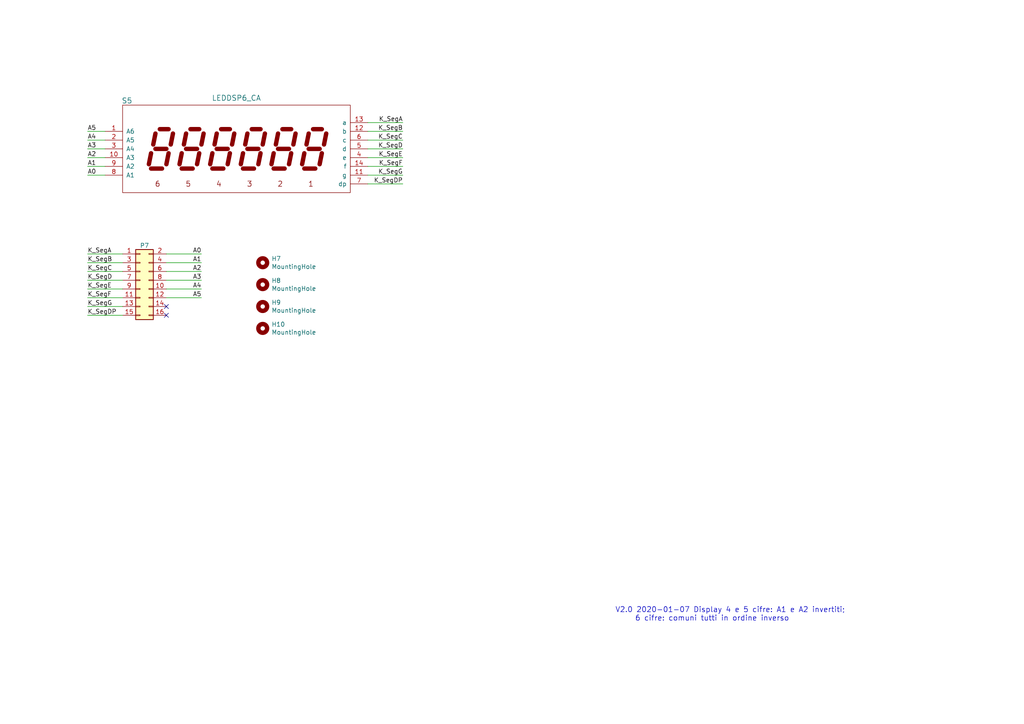
<source format=kicad_sch>
(kicad_sch (version 20211123) (generator eeschema)
  (paper "A4")
  (lib_symbols
    (symbol "Connector_Generic:Conn_02x08_Odd_Even" (pin_names (offset 1.016) hide)
      (property "Reference" "J" (at 1.27 10.16 0))
      (property "Value" "Conn_02x08_Odd_Even" (at 1.27 -12.7 0))
      (symbol "Conn_02x08_Odd_Even_1_1"
        (rectangle (start -1.27 -10.033) (end 0 -10.287) (stroke (width 0.1524)))
        (rectangle (start -1.27 -7.493) (end 0 -7.747) (stroke (width 0.1524)))
        (rectangle (start -1.27 -4.953) (end 0 -5.207) (stroke (width 0.1524)))
        (rectangle (start -1.27 -2.413) (end 0 -2.667) (stroke (width 0.1524)))
        (rectangle (start -1.27 0.127) (end 0 -0.127) (stroke (width 0.1524)))
        (rectangle (start -1.27 2.667) (end 0 2.413) (stroke (width 0.1524)))
        (rectangle (start -1.27 5.207) (end 0 4.953) (stroke (width 0.1524)))
        (rectangle (start -1.27 7.747) (end 0 7.493) (stroke (width 0.1524)))
        (rectangle (start -1.27 8.89) (end 3.81 -11.43) (stroke (width 0.254)) (fill (type background)))
        (rectangle (start 3.81 -10.033) (end 2.54 -10.287) (stroke (width 0.1524)))
        (rectangle (start 3.81 -7.493) (end 2.54 -7.747) (stroke (width 0.1524)))
        (rectangle (start 3.81 -4.953) (end 2.54 -5.207) (stroke (width 0.1524)))
        (rectangle (start 3.81 -2.413) (end 2.54 -2.667) (stroke (width 0.1524)))
        (rectangle (start 3.81 0.127) (end 2.54 -0.127) (stroke (width 0.1524)))
        (rectangle (start 3.81 2.667) (end 2.54 2.413) (stroke (width 0.1524)))
        (rectangle (start 3.81 5.207) (end 2.54 4.953) (stroke (width 0.1524)))
        (rectangle (start 3.81 7.747) (end 2.54 7.493) (stroke (width 0.1524)))
        (pin passive line (at -5.08 7.62 0) (length 3.81) (name "Pin_1") (number "1"))
        (pin passive line (at 7.62 -2.54 180) (length 3.81) (name "Pin_10") (number "10"))
        (pin passive line (at -5.08 -5.08 0) (length 3.81) (name "Pin_11") (number "11"))
        (pin passive line (at 7.62 -5.08 180) (length 3.81) (name "Pin_12") (number "12"))
        (pin passive line (at -5.08 -7.62 0) (length 3.81) (name "Pin_13") (number "13"))
        (pin passive line (at 7.62 -7.62 180) (length 3.81) (name "Pin_14") (number "14"))
        (pin passive line (at -5.08 -10.16 0) (length 3.81) (name "Pin_15") (number "15"))
        (pin passive line (at 7.62 -10.16 180) (length 3.81) (name "Pin_16") (number "16"))
        (pin passive line (at 7.62 7.62 180) (length 3.81) (name "Pin_2") (number "2"))
        (pin passive line (at -5.08 5.08 0) (length 3.81) (name "Pin_3") (number "3"))
        (pin passive line (at 7.62 5.08 180) (length 3.81) (name "Pin_4") (number "4"))
        (pin passive line (at -5.08 2.54 0) (length 3.81) (name "Pin_5") (number "5"))
        (pin passive line (at 7.62 2.54 180) (length 3.81) (name "Pin_6") (number "6"))
        (pin passive line (at -5.08 0 0) (length 3.81) (name "Pin_7") (number "7"))
        (pin passive line (at 7.62 0 180) (length 3.81) (name "Pin_8") (number "8"))
        (pin passive line (at -5.08 -2.54 0) (length 3.81) (name "Pin_9") (number "9"))
      )
    )
    (symbol "GCC_display:LEDDSP6_CA" (pin_names (offset 1.016))
      (property "Reference" "S" (at -30.48 13.97 0))
      (property "Value" "LEDDSP6_CA" (at 0 -15.24 0))
      (symbol "LEDDSP6_CA_0_0"
        (text "1" (at 21.59 -10.16 0) (effects (font (size 1.524 1.524))))
        (text "2" (at 12.7 -10.16 0) (effects (font (size 1.524 1.524))))
        (text "3" (at 3.81 -10.16 0) (effects (font (size 1.524 1.524))))
        (text "4" (at -5.08 -10.16 0) (effects (font (size 1.524 1.524))))
        (text "5" (at -13.97 -10.16 0) (effects (font (size 1.524 1.524))))
        (text "6" (at -22.86 -10.16 0) (effects (font (size 1.524 1.524))))
      )
      (symbol "LEDDSP6_CA_0_1"
        (rectangle (start -33.02 12.7) (end 33.02 -12.7))
        (polyline (pts (xy -24.765 -5.715) (xy -21.59 -5.715)) (stroke (width 1.27)))
        (polyline (pts (xy -24.765 -1.27) (xy -25.4 -4.445)) (stroke (width 1.27)))
        (polyline (pts (xy -24.13 1.27) (xy -23.495 4.445)) (stroke (width 1.27)))
        (polyline (pts (xy -23.495 0) (xy -20.32 0)) (stroke (width 1.27)))
        (polyline (pts (xy -22.225 5.715) (xy -19.685 5.715)) (stroke (width 1.27)))
        (polyline (pts (xy -19.685 -1.27) (xy -20.32 -4.445)) (stroke (width 1.27)))
        (polyline (pts (xy -19.05 -5.715) (xy -19.05 -5.715)) (stroke (width 1.27)))
        (polyline (pts (xy -19.05 1.27) (xy -18.415 4.445)) (stroke (width 1.27)))
        (polyline (pts (xy -15.875 -5.715) (xy -12.7 -5.715)) (stroke (width 1.27)))
        (polyline (pts (xy -15.875 -1.27) (xy -16.51 -4.445)) (stroke (width 1.27)))
        (polyline (pts (xy -15.24 1.27) (xy -14.605 4.445)) (stroke (width 1.27)))
        (polyline (pts (xy -14.605 0) (xy -11.43 0)) (stroke (width 1.27)))
        (polyline (pts (xy -13.335 5.715) (xy -10.795 5.715)) (stroke (width 1.27)))
        (polyline (pts (xy -10.795 -1.27) (xy -11.43 -4.445)) (stroke (width 1.27)))
        (polyline (pts (xy -10.16 -5.715) (xy -10.16 -5.715)) (stroke (width 1.27)))
        (polyline (pts (xy -10.16 1.27) (xy -9.525 4.445)) (stroke (width 1.27)))
        (polyline (pts (xy -6.985 -5.715) (xy -3.81 -5.715)) (stroke (width 1.27)))
        (polyline (pts (xy -6.985 -1.27) (xy -7.62 -4.445)) (stroke (width 1.27)))
        (polyline (pts (xy -6.35 1.27) (xy -5.715 4.445)) (stroke (width 1.27)))
        (polyline (pts (xy -5.715 0) (xy -2.54 0)) (stroke (width 1.27)))
        (polyline (pts (xy -4.445 5.715) (xy -1.905 5.715)) (stroke (width 1.27)))
        (polyline (pts (xy -1.905 -1.27) (xy -2.54 -4.445)) (stroke (width 1.27)))
        (polyline (pts (xy -1.27 -5.715) (xy -1.27 -5.715)) (stroke (width 1.27)))
        (polyline (pts (xy -1.27 1.27) (xy -0.635 4.445)) (stroke (width 1.27)))
        (polyline (pts (xy 1.905 -5.715) (xy 5.08 -5.715)) (stroke (width 1.27)))
        (polyline (pts (xy 1.905 -1.27) (xy 1.27 -4.445)) (stroke (width 1.27)))
        (polyline (pts (xy 2.54 1.27) (xy 3.175 4.445)) (stroke (width 1.27)))
        (polyline (pts (xy 3.175 0) (xy 6.35 0)) (stroke (width 1.27)))
        (polyline (pts (xy 4.445 5.715) (xy 6.985 5.715)) (stroke (width 1.27)))
        (polyline (pts (xy 6.985 -1.27) (xy 6.35 -4.445)) (stroke (width 1.27)))
        (polyline (pts (xy 7.62 -5.715) (xy 7.62 -5.715)) (stroke (width 1.27)))
        (polyline (pts (xy 7.62 1.27) (xy 8.255 4.445)) (stroke (width 1.27)))
        (polyline (pts (xy 10.795 -5.715) (xy 13.97 -5.715)) (stroke (width 1.27)))
        (polyline (pts (xy 10.795 -1.27) (xy 10.16 -4.445)) (stroke (width 1.27)))
        (polyline (pts (xy 11.43 1.27) (xy 12.065 4.445)) (stroke (width 1.27)))
        (polyline (pts (xy 12.065 0) (xy 15.24 0)) (stroke (width 1.27)))
        (polyline (pts (xy 13.335 5.715) (xy 15.875 5.715)) (stroke (width 1.27)))
        (polyline (pts (xy 15.875 -1.27) (xy 15.24 -4.445)) (stroke (width 1.27)))
        (polyline (pts (xy 16.51 -5.715) (xy 16.51 -5.715)) (stroke (width 1.27)))
        (polyline (pts (xy 16.51 1.27) (xy 17.145 4.445)) (stroke (width 1.27)))
        (polyline (pts (xy 19.685 -5.715) (xy 22.86 -5.715)) (stroke (width 1.27)))
        (polyline (pts (xy 19.685 -1.27) (xy 19.05 -4.445)) (stroke (width 1.27)))
        (polyline (pts (xy 20.32 1.27) (xy 20.955 4.445)) (stroke (width 1.27)))
        (polyline (pts (xy 20.955 0) (xy 24.13 0)) (stroke (width 1.27)))
        (polyline (pts (xy 22.225 5.715) (xy 24.765 5.715)) (stroke (width 1.27)))
        (polyline (pts (xy 24.765 -1.27) (xy 24.13 -4.445)) (stroke (width 1.27)))
        (polyline (pts (xy 25.4 -5.715) (xy 25.4 -5.715)) (stroke (width 1.27)))
        (polyline (pts (xy 25.4 1.27) (xy 26.035 4.445)) (stroke (width 1.27)))
      )
      (symbol "LEDDSP6_CA_1_1"
        (pin passive line (at -38.1 5.08 0) (length 5.08) (name "A6") (number "1"))
        (pin passive line (at -38.1 -2.54 0) (length 5.08) (name "A3") (number "10"))
        (pin passive line (at 38.1 -7.62 180) (length 5.08) (name "g") (number "11"))
        (pin passive line (at 38.1 5.08 180) (length 5.08) (name "b") (number "12"))
        (pin passive line (at 38.1 7.62 180) (length 5.08) (name "a") (number "13"))
        (pin passive line (at 38.1 -5.08 180) (length 5.08) (name "f") (number "14"))
        (pin passive line (at -38.1 2.54 0) (length 5.08) (name "A5") (number "2"))
        (pin passive line (at -38.1 0 0) (length 5.08) (name "A4") (number "3"))
        (pin passive line (at 38.1 -2.54 180) (length 5.08) (name "e") (number "4"))
        (pin passive line (at 38.1 0 180) (length 5.08) (name "d") (number "5"))
        (pin passive line (at 38.1 2.54 180) (length 5.08) (name "c") (number "6"))
        (pin passive line (at 38.1 -10.16 180) (length 5.08) (name "dp") (number "7"))
        (pin passive line (at -38.1 -7.62 0) (length 5.08) (name "A1") (number "8"))
        (pin passive line (at -38.1 -5.08 0) (length 5.08) (name "A2") (number "9"))
      )
    )
    (symbol "Mechanical:MountingHole" (pin_names (offset 1.016))
      (property "Reference" "H" (at 0 5.08 0))
      (property "Value" "MountingHole" (at 0 3.175 0))
      (symbol "MountingHole_0_1"
        (circle (center 0 0) (radius 1.27) (stroke (width 1.27)))
      )
    )
  )
  (no_connect (at 48.26 91.44))
  (no_connect (at 48.26 88.9))
  (wire (pts (xy 48.26 81.28) (xy 58.42 81.28)))
  (wire (pts (xy 48.26 83.82) (xy 58.42 83.82)))
  (wire (pts (xy 30.48 45.72) (xy 25.4 45.72)))
  (wire (pts (xy 48.26 78.74) (xy 58.42 78.74)))
  (wire (pts (xy 30.48 40.64) (xy 25.4 40.64)))
  (wire (pts (xy 30.48 38.1) (xy 25.4 38.1)))
  (wire (pts (xy 48.26 86.36) (xy 58.42 86.36)))
  (wire (pts (xy 25.4 76.2) (xy 35.56 76.2)))
  (wire (pts (xy 25.4 73.66) (xy 35.56 73.66)))
  (wire (pts (xy 25.4 83.82) (xy 35.56 83.82)))
  (wire (pts (xy 30.48 50.8) (xy 25.4 50.8)))
  (wire (pts (xy 116.84 43.18) (xy 106.68 43.18)))
  (wire (pts (xy 116.84 50.8) (xy 106.68 50.8)))
  (wire (pts (xy 116.84 40.64) (xy 106.68 40.64)))
  (wire (pts (xy 25.4 88.9) (xy 35.56 88.9)))
  (wire (pts (xy 30.48 43.18) (xy 25.4 43.18)))
  (wire (pts (xy 48.26 73.66) (xy 58.42 73.66)))
  (wire (pts (xy 116.84 48.26) (xy 106.68 48.26)))
  (wire (pts (xy 25.4 86.36) (xy 35.56 86.36)))
  (wire (pts (xy 25.4 81.28) (xy 35.56 81.28)))
  (wire (pts (xy 30.48 48.26) (xy 25.4 48.26)))
  (wire (pts (xy 25.4 91.44) (xy 35.56 91.44)))
  (wire (pts (xy 116.84 38.1) (xy 106.68 38.1)))
  (wire (pts (xy 116.84 53.34) (xy 106.68 53.34)))
  (wire (pts (xy 25.4 78.74) (xy 35.56 78.74)))
  (wire (pts (xy 116.84 45.72) (xy 106.68 45.72)))
  (wire (pts (xy 48.26 76.2) (xy 58.42 76.2)))
  (wire (pts (xy 116.84 35.56) (xy 106.68 35.56)))
  (text "V2.0 2020-01-07 Display 4 e 5 cifre: A1 e A2 invertiti;\n	6 cifre: comuni tutti in ordine inverso" (at 178.435 180.34 0) (effects (font (size 1.524 1.524)) (justify left bottom)))
  (label "A4" (at 25.4 40.64 0))
  (label "K_SegE" (at 25.4 83.82 0))
  (label "K_SegC" (at 25.4 78.74 0))
  (label "K_SegB" (at 116.84 38.1 180))
  (label "A0" (at 25.4 50.8 0))
  (label "A1" (at 58.42 76.2 180))
  (label "K_SegG" (at 116.84 50.8 180))
  (label "A1" (at 25.4 48.26 0))
  (label "K_SegC" (at 116.84 40.64 180))
  (label "A5" (at 58.42 86.36 180))
  (label "K_SegDP" (at 116.84 53.34 180))
  (label "A3" (at 25.4 43.18 0))
  (label "K_SegA" (at 116.84 35.56 180))
  (label "K_SegB" (at 25.4 76.2 0))
  (label "K_SegD" (at 116.84 43.18 180))
  (label "K_SegA" (at 25.4 73.66 0))
  (label "K_SegF" (at 116.84 48.26 180))
  (label "A2" (at 25.4 45.72 0))
  (label "K_SegD" (at 25.4 81.28 0))
  (label "A2" (at 58.42 78.74 180))
  (label "K_SegG" (at 25.4 88.9 0))
  (label "A0" (at 58.42 73.66 180))
  (label "K_SegDP" (at 25.4 91.44 0))
  (label "A4" (at 58.42 83.82 180))
  (label "K_SegF" (at 25.4 86.36 0))
  (label "K_SegE" (at 116.84 45.72 180))
  (label "A3" (at 58.42 81.28 180))
  (label "A5" (at 25.4 38.1 0))
  (symbol (lib_id "Mechanical:MountingHole") (at 76.2 76.2 0) (unit 1)
    (property "Reference" "H7" (at 78.74 75.0316 0) (effects (justify left)))
    (property "Value" "MountingHole" (at 78.74 77.343 0) (effects (justify left)))
    (property "Footprint" "GCC_holes:Hole3mm" (effects hide))
  )
  (symbol (lib_id "Mechanical:MountingHole") (at 76.2 82.55 0) (unit 1)
    (property "Reference" "H8" (at 78.74 81.3816 0) (effects (justify left)))
    (property "Value" "MountingHole" (at 78.74 83.693 0) (effects (justify left)))
    (property "Footprint" "GCC_holes:Hole3mm" (effects hide))
  )
  (symbol (lib_id "Mechanical:MountingHole") (at 76.2 88.9 0) (unit 1)
    (property "Reference" "H9" (at 78.74 87.7316 0) (effects (justify left)))
    (property "Value" "MountingHole" (at 78.74 90.043 0) (effects (justify left)))
    (property "Footprint" "GCC_holes:Hole3mm" (effects hide))
  )
  (symbol (lib_id "Mechanical:MountingHole") (at 76.2 95.25 0) (unit 1)
    (property "Reference" "H10" (at 78.74 94.0816 0) (effects (justify left)))
    (property "Value" "MountingHole" (at 78.74 96.393 0) (effects (justify left)))
    (property "Footprint" "GCC_holes:Hole3mm" (effects hide))
  )
  (symbol (lib_id "GCC_display:LEDDSP6_CA") (at 68.58 43.18 0) (unit 1)
    (property "Reference" "S5" (at 36.83 29.21 0) (effects (font (size 1.524 1.524))))
    (property "Value" "LEDDSP6_CA" (at 68.58 28.4226 0) (effects (font (size 1.524 1.524))))
    (property "Footprint" "GCC_Display:Disp7s6x_036" (effects hide))
  )
  (symbol (lib_id "Connector_Generic:Conn_02x08_Odd_Even") (at 40.64 81.28 0) (unit 1)
    (property "Reference" "P7" (at 41.91 71.2272 0))
    (property "Value" "Conn_02x08_Odd_Even" (effects hide))
    (property "Footprint" "Connector_IDC:IDC-Header_2x08_P2.54mm_Vertical" (effects hide))
  )
)
</source>
